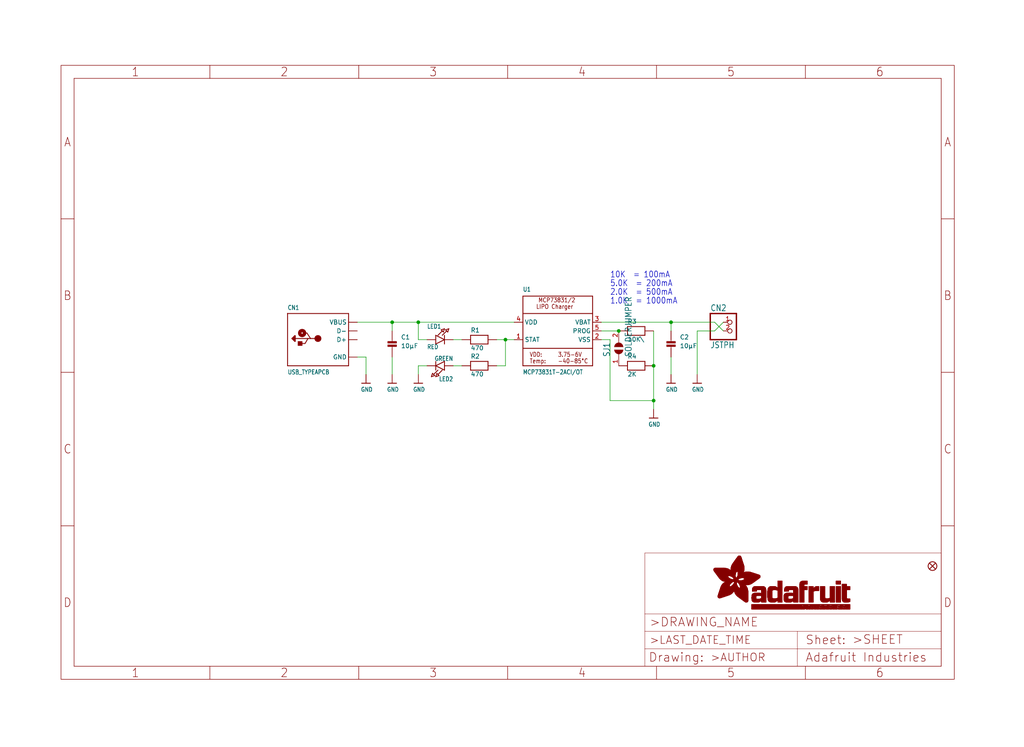
<source format=kicad_sch>
(kicad_sch (version 20211123) (generator eeschema)
  (paper "User" 298.45 217.881)
  (lib_symbols
    (symbol "eagleSchem-eagle-import:CAP_CERAMIC0805"
      (property "Reference" "C" (at 2.54 2.54 0))
      (property "Value" "CAP_CERAMIC0805" (at 2.54 0 0))
      (symbol "CAP_CERAMIC0805_1_0"
        (pin passive line (at 0 5.08 270) (length 2.54) (name "P$1") (number "1"))
        (pin passive line (at 0 -2.54 90) (length 2.54) (name "P$2") (number "2"))
      )
    )
    (symbol "eagleSchem-eagle-import:FIDUCIAL{dblquote}{dblquote}")
    (symbol "eagleSchem-eagle-import:FRAME_A4_ADAFRUIT"
      (symbol "FRAME_A4_ADAFRUIT_0_0"
        (text "1" (at 21.6958 1.905 0) (effects (font (size 2.54 2.286))))
        (text "1" (at 21.6958 177.165 0) (effects (font (size 2.54 2.286))))
        (text "2" (at 65.0875 1.905 0) (effects (font (size 2.54 2.286))))
        (text "2" (at 65.0875 177.165 0) (effects (font (size 2.54 2.286))))
        (text "3" (at 108.4792 1.905 0) (effects (font (size 2.54 2.286))))
        (text "3" (at 108.4792 177.165 0) (effects (font (size 2.54 2.286))))
        (text "4" (at 151.8708 1.905 0) (effects (font (size 2.54 2.286))))
        (text "4" (at 151.8708 177.165 0) (effects (font (size 2.54 2.286))))
        (text "5" (at 195.2625 1.905 0) (effects (font (size 2.54 2.286))))
        (text "5" (at 195.2625 177.165 0) (effects (font (size 2.54 2.286))))
        (text "6" (at 238.6542 1.905 0) (effects (font (size 2.54 2.286))))
        (text "6" (at 238.6542 177.165 0) (effects (font (size 2.54 2.286))))
        (text "A" (at 1.905 156.6863 0) (effects (font (size 2.54 2.286))))
        (text "A" (at 258.445 156.6863 0) (effects (font (size 2.54 2.286))))
        (text "B" (at 1.905 111.9188 0) (effects (font (size 2.54 2.286))))
        (text "B" (at 258.445 111.9188 0) (effects (font (size 2.54 2.286))))
        (text "C" (at 1.905 67.1513 0) (effects (font (size 2.54 2.286))))
        (text "C" (at 258.445 67.1513 0) (effects (font (size 2.54 2.286))))
        (text "D" (at 1.905 22.3838 0) (effects (font (size 2.54 2.286))))
        (text "D" (at 258.445 22.3838 0) (effects (font (size 2.54 2.286))))
      )
      (symbol "FRAME_A4_ADAFRUIT_1_0"
        (text ">AUTHOR" (at 189.23 5.08 0) (effects (font (size 2.286 2.286)) (justify left bottom)))
        (text ">DRAWING_NAME" (at 171.45 15.24 0) (effects (font (size 2.54 2.54)) (justify left bottom)))
        (text ">LAST_DATE_TIME" (at 171.45 10.16 0) (effects (font (size 2.286 2.286)) (justify left bottom)))
        (text ">SHEET" (at 230.505 10.16 0) (effects (font (size 2.54 2.54)) (justify left bottom)))
        (text "Adafruit Industries" (at 216.916 4.953 0) (effects (font (size 2.54 2.54)) (justify left bottom)))
        (text "Drawing:" (at 171.196 4.953 0) (effects (font (size 2.54 2.54)) (justify left bottom)))
        (text "Sheet:" (at 216.916 10.033 0) (effects (font (size 2.54 2.54)) (justify left bottom)))
      )
    )
    (symbol "eagleSchem-eagle-import:GND" (power)
      (property "Value" "GND" (at -1.524 -2.54 0))
      (symbol "GND_1_0"
        (pin power_in line (at 0 2.54 270) (length 2.54) (name "GND") (number "1"))
      )
    )
    (symbol "eagleSchem-eagle-import:JST_2PIN"
      (property "Reference" "CN" (at -6.35 5.715 0))
      (property "Value" "JST_2PIN" (at -6.35 -5.08 0))
      (symbol "JST_2PIN_1_0"
        (pin passive inverted (at -2.54 2.54 0) (length 2.54) (name "1") (number "1"))
        (pin passive inverted (at -2.54 0 0) (length 2.54) (name "2") (number "2"))
      )
    )
    (symbol "eagleSchem-eagle-import:LED0805"
      (property "Reference" "LED" (at -5.08 3.175 0))
      (property "Value" "LED0805" (at -5.08 -2.794 0))
      (symbol "LED0805_1_0"
        (pin passive line (at -5.08 0 0) (length 2.54) (name "A") (number "A"))
        (pin passive line (at 2.54 0 180) (length 2.54) (name "C") (number "C"))
      )
    )
    (symbol "eagleSchem-eagle-import:MCP73831{slash}2"
      (property "Reference" "U" (at -10.16 11.43 0))
      (property "Value" "MCP73831{slash}2" (at -10.16 -12.7 0))
      (symbol "MCP73831{slash}2_1_0"
        (text "-40-85°C" (at 0 -9.525 0) (effects (font (size 1.27 1.0795)) (justify left bottom)))
        (text "3.75-6V" (at 0 -7.62 0) (effects (font (size 1.27 1.0795)) (justify left bottom)))
        (text "LIPO Charger" (at -6.35 6.35 0) (effects (font (size 1.27 1.0795)) (justify left bottom)))
        (text "MCP73831/2" (at -5.715 8.255 0) (effects (font (size 1.27 1.0795)) (justify left bottom)))
        (text "Temp:" (at -8.255 -9.525 0) (effects (font (size 1.27 1.0795)) (justify left bottom)))
        (text "VDD:" (at -8.255 -7.62 0) (effects (font (size 1.27 1.0795)) (justify left bottom)))
        (pin output line (at -12.7 -2.54 0) (length 2.54) (name "STAT") (number "1"))
        (pin power_in line (at 12.7 -2.54 180) (length 2.54) (name "VSS") (number "2"))
        (pin power_in line (at 12.7 2.54 180) (length 2.54) (name "VBAT") (number "3"))
        (pin power_in line (at -12.7 2.54 0) (length 2.54) (name "VDD") (number "4"))
        (pin input line (at 12.7 0 180) (length 2.54) (name "PROG") (number "5"))
      )
    )
    (symbol "eagleSchem-eagle-import:RESISTOR0805"
      (property "Reference" "R" (at -2.54 2.032 0))
      (property "Value" "RESISTOR0805" (at -2.54 -3.175 0))
      (symbol "RESISTOR0805_1_0"
        (pin passive line (at -5.08 0 0) (length 2.54) (name "1") (number "1"))
        (pin passive line (at 5.08 0 180) (length 2.54) (name "2") (number "2"))
      )
    )
    (symbol "eagleSchem-eagle-import:SOLDERJUMPER"
      (property "Reference" "SJ" (at -2.54 2.54 0))
      (property "Value" "SOLDERJUMPER" (at -2.54 -3.81 0))
      (symbol "SOLDERJUMPER_1_0"
        (pin passive line (at -5.08 0 0) (length 2.54) (name "1") (number "1"))
        (pin passive line (at 5.08 0 180) (length 2.54) (name "2") (number "2"))
      )
    )
    (symbol "eagleSchem-eagle-import:USB_TYPEAPCB"
      (property "Reference" "CN" (at -10.16 8.636 0))
      (property "Value" "USB_TYPEAPCB" (at -10.16 -10.16 0))
      (symbol "USB_TYPEAPCB_1_0"
        (pin power_in line (at 10.16 -5.08 180) (length 2.54) (name "GND") (number "GND"))
        (pin bidirectional line (at 10.16 2.54 180) (length 2.54) (name "D-") (number "USB_NEG"))
        (pin bidirectional line (at 10.16 0 180) (length 2.54) (name "D+") (number "USB_PLUS"))
        (pin power_in line (at 10.16 5.08 180) (length 2.54) (name "VBUS") (number "VCC"))
      )
    )
  )
  (junction (at 190.5 106.68))
  (junction (at 114.3 93.98))
  (junction (at 147.32 99.06))
  (junction (at 121.92 93.98))
  (junction (at 195.58 93.98))
  (junction (at 180.34 96.52))
  (junction (at 190.5 116.84))
  (wire (pts (xy 121.92 106.68) (xy 121.92 109.22)))
  (wire (pts (xy 147.32 99.06) (xy 149.86 99.06)))
  (wire (pts (xy 134.62 106.68) (xy 132.08 106.68)))
  (wire (pts (xy 190.5 106.68) (xy 190.5 116.84)))
  (wire (pts (xy 132.08 99.06) (xy 134.62 99.06)))
  (wire (pts (xy 208.28 96.52) (xy 210.82 93.98)))
  (wire (pts (xy 190.5 96.52) (xy 190.5 106.68)))
  (wire (pts (xy 147.32 106.68) (xy 147.32 99.06)))
  (wire (pts (xy 114.3 93.98) (xy 121.92 93.98)))
  (wire (pts (xy 203.2 96.52) (xy 208.28 96.52)))
  (wire (pts (xy 106.68 104.14) (xy 106.68 109.22)))
  (wire (pts (xy 195.58 104.14) (xy 195.58 109.22)))
  (wire (pts (xy 121.92 99.06) (xy 121.92 93.98)))
  (wire (pts (xy 203.2 96.52) (xy 203.2 109.22)))
  (wire (pts (xy 144.78 99.06) (xy 147.32 99.06)))
  (wire (pts (xy 177.8 99.06) (xy 177.8 116.84)))
  (wire (pts (xy 114.3 96.52) (xy 114.3 93.98)))
  (wire (pts (xy 177.8 116.84) (xy 190.5 116.84)))
  (wire (pts (xy 190.5 116.84) (xy 190.5 119.38)))
  (wire (pts (xy 104.14 93.98) (xy 114.3 93.98)))
  (wire (pts (xy 124.46 99.06) (xy 121.92 99.06)))
  (wire (pts (xy 208.28 93.98) (xy 210.82 96.52)))
  (wire (pts (xy 121.92 93.98) (xy 149.86 93.98)))
  (wire (pts (xy 104.14 104.14) (xy 106.68 104.14)))
  (wire (pts (xy 144.78 106.68) (xy 147.32 106.68)))
  (wire (pts (xy 175.26 99.06) (xy 177.8 99.06)))
  (wire (pts (xy 195.58 93.98) (xy 175.26 93.98)))
  (wire (pts (xy 175.26 96.52) (xy 180.34 96.52)))
  (wire (pts (xy 114.3 104.14) (xy 114.3 109.22)))
  (wire (pts (xy 124.46 106.68) (xy 121.92 106.68)))
  (wire (pts (xy 195.58 96.52) (xy 195.58 93.98)))
  (wire (pts (xy 195.58 93.98) (xy 208.28 93.98)))
  (text "2.0K  = 500mA" (at 177.8 86.36 180) (effects (font (size 1.778 1.5113)) (justify left bottom)))
  (text "10K  = 100mA" (at 177.8 81.28 180) (effects (font (size 1.778 1.5113)) (justify left bottom)))
  (text "5.0K  = 200mA" (at 177.8 83.82 180) (effects (font (size 1.778 1.5113)) (justify left bottom)))
  (text "1.0K  = 1000mA" (at 177.8 88.9 180) (effects (font (size 1.778 1.5113)) (justify left bottom)))
  (symbol (lib_id "eagleSchem-eagle-import:GND") (at 203.2 111.76 0) (unit 1)
    (property "Reference" "#U$4" (effects hide))
    (property "Value" "GND" (at 201.676 114.3 0) (effects (font (size 1.27 1.0795)) (justify left bottom)))
    (property "Footprint" "eagleSchem:" (effects hide))
  )
  (symbol (lib_id "eagleSchem-eagle-import:GND") (at 121.92 111.76 0) (unit 1)
    (property "Reference" "#U$7" (effects hide))
    (property "Value" "GND" (at 120.396 114.3 0) (effects (font (size 1.27 1.0795)) (justify left bottom)))
    (property "Footprint" "eagleSchem:" (effects hide))
  )
  (symbol (lib_id "eagleSchem-eagle-import:JST_2PIN") (at 213.36 96.52 0) (unit 1)
    (property "Reference" "CN2" (at 207.01 90.805 0) (effects (font (size 1.778 1.5113)) (justify left bottom)))
    (property "Value" "JSTPH" (at 207.01 101.6 0) (effects (font (size 1.778 1.5113)) (justify left bottom)))
    (property "Footprint" "eagleSchem:JSTPH2" (effects hide))
  )
  (symbol (lib_id "eagleSchem-eagle-import:LED0805") (at 127 106.68 180) (unit 1)
    (property "Reference" "LED2" (at 132.08 109.855 0) (effects (font (size 1.27 1.0795)) (justify left bottom)))
    (property "Value" "GREEN" (at 132.08 103.886 0) (effects (font (size 1.27 1.0795)) (justify left bottom)))
    (property "Footprint" "eagleSchem:CHIPLED_0805" (effects hide))
  )
  (symbol (lib_id "eagleSchem-eagle-import:CAP_CERAMIC0805") (at 114.3 101.6 0) (unit 1)
    (property "Reference" "C1" (at 116.84 99.06 0) (effects (justify left bottom)))
    (property "Value" "10µF" (at 116.84 101.6 0) (effects (justify left bottom)))
    (property "Footprint" "eagleSchem:0805" (effects hide))
  )
  (symbol (lib_id "eagleSchem-eagle-import:FRAME_A4_ADAFRUIT") (at 17.78 198.12 0) (unit 1)
    (property "Reference" "#U$1" (effects hide))
    (property "Value" "FRAME_A4_ADAFRUIT" (effects hide))
    (property "Footprint" "eagleSchem:" (effects hide))
  )
  (symbol (lib_id "eagleSchem-eagle-import:RESISTOR0805") (at 185.42 96.52 0) (unit 1)
    (property "Reference" "R3" (at 182.88 94.488 0) (effects (justify left bottom)))
    (property "Value" "10K\\" (at 182.88 99.695 0) (effects (justify left bottom)))
    (property "Footprint" "eagleSchem:0805" (effects hide))
  )
  (symbol (lib_id "eagleSchem-eagle-import:MCP73831{slash}2") (at 162.56 96.52 0) (unit 1)
    (property "Reference" "U1" (at 152.4 85.09 0) (effects (font (size 1.27 1.0795)) (justify left bottom)))
    (property "Value" "MCP73831T-2ACI/OT" (at 152.4 109.22 0) (effects (font (size 1.27 1.0795)) (justify left bottom)))
    (property "Footprint" "eagleSchem:SOT23-5" (effects hide))
  )
  (symbol (lib_id "eagleSchem-eagle-import:RESISTOR0805") (at 139.7 99.06 0) (unit 1)
    (property "Reference" "R1" (at 137.16 97.028 0) (effects (justify left bottom)))
    (property "Value" "470" (at 137.16 102.235 0) (effects (justify left bottom)))
    (property "Footprint" "eagleSchem:0805" (effects hide))
  )
  (symbol (lib_id "eagleSchem-eagle-import:USB_TYPEAPCB") (at 93.98 99.06 0) (unit 1)
    (property "Reference" "CN1" (at 83.82 90.424 0) (effects (font (size 1.27 1.0795)) (justify left bottom)))
    (property "Value" "USB_TYPEAPCB" (at 83.82 109.22 0) (effects (font (size 1.27 1.0795)) (justify left bottom)))
    (property "Footprint" "eagleSchem:USBA_PCB" (effects hide))
  )
  (symbol (lib_id "eagleSchem-eagle-import:SOLDERJUMPER") (at 180.34 101.6 90) (unit 1)
    (property "Reference" "SJ1" (at 177.8 104.14 0) (effects (font (size 1.778 1.5113)) (justify left bottom)))
    (property "Value" "SOLDERJUMPER" (at 184.15 104.14 0) (effects (font (size 1.778 1.5113)) (justify left bottom)))
    (property "Footprint" "eagleSchem:SOLDERJUMPER_ARROW_NOPASTE" (effects hide))
  )
  (symbol (lib_id "eagleSchem-eagle-import:RESISTOR0805") (at 139.7 106.68 0) (unit 1)
    (property "Reference" "R2" (at 137.16 104.648 0) (effects (justify left bottom)))
    (property "Value" "470" (at 137.16 109.855 0) (effects (justify left bottom)))
    (property "Footprint" "eagleSchem:0805" (effects hide))
  )
  (symbol (lib_id "eagleSchem-eagle-import:LED0805") (at 129.54 99.06 0) (unit 1)
    (property "Reference" "LED1" (at 124.46 95.885 0) (effects (font (size 1.27 1.0795)) (justify left bottom)))
    (property "Value" "RED" (at 124.46 101.854 0) (effects (font (size 1.27 1.0795)) (justify left bottom)))
    (property "Footprint" "eagleSchem:CHIPLED_0805" (effects hide))
  )
  (symbol (lib_id "eagleSchem-eagle-import:FIDUCIAL{dblquote}{dblquote}") (at 271.78 165.1 0) (unit 1)
    (property "Reference" "FID1" (effects hide))
    (property "Value" "FIDUCIAL{dblquote}{dblquote}" (effects hide))
    (property "Footprint" "eagleSchem:FIDUCIAL_1MM" (effects hide))
  )
  (symbol (lib_id "eagleSchem-eagle-import:GND") (at 195.58 111.76 0) (unit 1)
    (property "Reference" "#U$5" (effects hide))
    (property "Value" "GND" (at 194.056 114.3 0) (effects (font (size 1.27 1.0795)) (justify left bottom)))
    (property "Footprint" "eagleSchem:" (effects hide))
  )
  (symbol (lib_id "eagleSchem-eagle-import:GND") (at 114.3 111.76 0) (unit 1)
    (property "Reference" "#U$3" (effects hide))
    (property "Value" "GND" (at 112.776 114.3 0) (effects (font (size 1.27 1.0795)) (justify left bottom)))
    (property "Footprint" "eagleSchem:" (effects hide))
  )
  (symbol (lib_id "eagleSchem-eagle-import:RESISTOR0805") (at 185.42 106.68 0) (unit 1)
    (property "Reference" "R4" (at 182.88 104.648 0) (effects (justify left bottom)))
    (property "Value" "2K" (at 182.88 109.855 0) (effects (justify left bottom)))
    (property "Footprint" "eagleSchem:0805" (effects hide))
  )
  (symbol (lib_id "eagleSchem-eagle-import:GND") (at 190.5 121.92 0) (unit 1)
    (property "Reference" "#U$6" (effects hide))
    (property "Value" "GND" (at 188.976 124.46 0) (effects (font (size 1.27 1.0795)) (justify left bottom)))
    (property "Footprint" "eagleSchem:" (effects hide))
  )
  (symbol (lib_id "eagleSchem-eagle-import:CAP_CERAMIC0805") (at 195.58 101.6 0) (unit 1)
    (property "Reference" "C2" (at 198.12 99.06 0) (effects (justify left bottom)))
    (property "Value" "10µF" (at 198.12 101.6 0) (effects (justify left bottom)))
    (property "Footprint" "eagleSchem:0805" (effects hide))
  )
  (symbol (lib_id "eagleSchem-eagle-import:GND") (at 106.68 111.76 0) (unit 1)
    (property "Reference" "#U$2" (effects hide))
    (property "Value" "GND" (at 105.156 114.3 0) (effects (font (size 1.27 1.0795)) (justify left bottom)))
    (property "Footprint" "eagleSchem:" (effects hide))
  )
)
</source>
